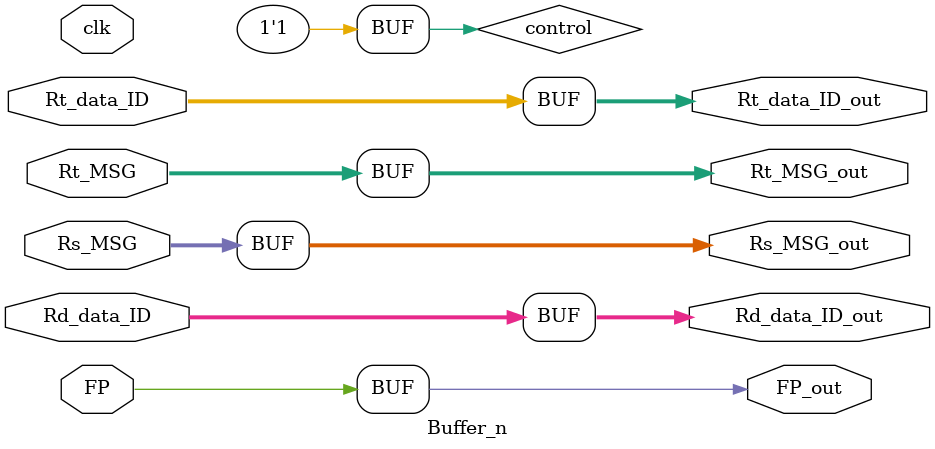
<source format=v>
module Buffer_n(input clk,
					input FP,
					input [31:0]Rs_MSG,
					input [31:0]Rt_data_ID,
					input [31:0]Rt_MSG,
					input [31:0]Rd_data_ID,
					output reg FP_out,
					output reg [31:0]Rs_MSG_out,
					output reg [31:0]Rt_data_ID_out,
					output reg [31:0]Rt_MSG_out,
					output reg [31:0]Rd_data_ID_out);
					
					reg control;
initial begin 
 control=1;
 FP_out<=0;
 Rs_MSG_out<=32'h0;
 Rt_data_ID_out<=32'h0;
 Rt_MSG_out<=32'h0;
 Rd_data_ID_out<=32'h0;
end
always@(*)begin
if(control)begin
FP_out <= FP;
Rs_MSG_out <= Rs_MSG;
Rt_data_ID_out <=Rt_data_ID;
Rt_MSG_out		<=Rt_MSG;
Rd_data_ID_out	<=Rd_data_ID;
end
end
endmodule

</source>
